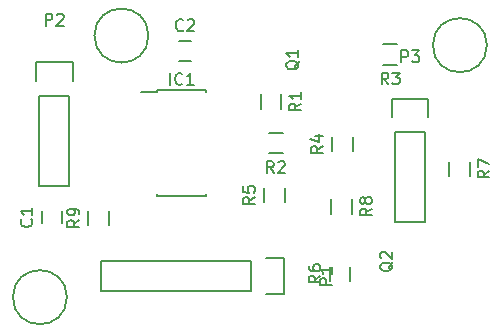
<source format=gbr>
G04 #@! TF.FileFunction,Legend,Top*
%FSLAX46Y46*%
G04 Gerber Fmt 4.6, Leading zero omitted, Abs format (unit mm)*
G04 Created by KiCad (PCBNEW (2015-07-31 BZR 6030)-product) date Fri Sep 11 12:39:47 2015*
%MOMM*%
G01*
G04 APERTURE LIST*
%ADD10C,0.100000*%
%ADD11C,0.150000*%
G04 APERTURE END LIST*
D10*
D11*
X146608800Y-103174800D02*
G75*
G03X146608800Y-103174800I-2286000J0D01*
G01*
X182168800Y-81838800D02*
G75*
G03X182168800Y-81838800I-2286000J0D01*
G01*
X144488800Y-95918400D02*
X144488800Y-96918400D01*
X146188800Y-96918400D02*
X146188800Y-95918400D01*
X157116400Y-81446000D02*
X156116400Y-81446000D01*
X156116400Y-83146000D02*
X157116400Y-83146000D01*
X154236600Y-85669200D02*
X154236600Y-85784200D01*
X158386600Y-85669200D02*
X158386600Y-85784200D01*
X158386600Y-94569200D02*
X158386600Y-94454200D01*
X154236600Y-94569200D02*
X154236600Y-94454200D01*
X154236600Y-85669200D02*
X158386600Y-85669200D01*
X154236600Y-94569200D02*
X158386600Y-94569200D01*
X154236600Y-85784200D02*
X152861600Y-85784200D01*
X162204400Y-102666800D02*
X149504400Y-102666800D01*
X149504400Y-102666800D02*
X149504400Y-100126800D01*
X149504400Y-100126800D02*
X162204400Y-100126800D01*
X165024400Y-102946800D02*
X163474400Y-102946800D01*
X162204400Y-102666800D02*
X162204400Y-100126800D01*
X163474400Y-99846800D02*
X165024400Y-99846800D01*
X165024400Y-99846800D02*
X165024400Y-102946800D01*
X144272000Y-86106000D02*
X144272000Y-93726000D01*
X146812000Y-86106000D02*
X146812000Y-93726000D01*
X147092000Y-83286000D02*
X147092000Y-84836000D01*
X144272000Y-93726000D02*
X146812000Y-93726000D01*
X146812000Y-86106000D02*
X144272000Y-86106000D01*
X143992000Y-84836000D02*
X143992000Y-83286000D01*
X143992000Y-83286000D02*
X147092000Y-83286000D01*
X174396400Y-89204800D02*
X174396400Y-96824800D01*
X176936400Y-89204800D02*
X176936400Y-96824800D01*
X177216400Y-86384800D02*
X177216400Y-87934800D01*
X174396400Y-96824800D02*
X176936400Y-96824800D01*
X176936400Y-89204800D02*
X174396400Y-89204800D01*
X174116400Y-87934800D02*
X174116400Y-86384800D01*
X174116400Y-86384800D02*
X177216400Y-86384800D01*
X163005800Y-87214000D02*
X163005800Y-86014000D01*
X164755800Y-86014000D02*
X164755800Y-87214000D01*
X163687200Y-89244200D02*
X164887200Y-89244200D01*
X164887200Y-90994200D02*
X163687200Y-90994200D01*
X173390000Y-81725800D02*
X174590000Y-81725800D01*
X174590000Y-83475800D02*
X173390000Y-83475800D01*
X170801000Y-89620800D02*
X170801000Y-90820800D01*
X169051000Y-90820800D02*
X169051000Y-89620800D01*
X165060600Y-93938800D02*
X165060600Y-95138800D01*
X163310600Y-95138800D02*
X163310600Y-93938800D01*
X170597800Y-100593600D02*
X170597800Y-101793600D01*
X168847800Y-101793600D02*
X168847800Y-100593600D01*
X178957000Y-92903600D02*
X178957000Y-91703600D01*
X180707000Y-91703600D02*
X180707000Y-92903600D01*
X169000200Y-96104000D02*
X169000200Y-94904000D01*
X170750200Y-94904000D02*
X170750200Y-96104000D01*
X150176200Y-95869200D02*
X150176200Y-97069200D01*
X148426200Y-97069200D02*
X148426200Y-95869200D01*
X153517600Y-81026000D02*
G75*
G03X153517600Y-81026000I-2286000J0D01*
G01*
X143595943Y-96585066D02*
X143643562Y-96632685D01*
X143691181Y-96775542D01*
X143691181Y-96870780D01*
X143643562Y-97013638D01*
X143548324Y-97108876D01*
X143453086Y-97156495D01*
X143262610Y-97204114D01*
X143119752Y-97204114D01*
X142929276Y-97156495D01*
X142834038Y-97108876D01*
X142738800Y-97013638D01*
X142691181Y-96870780D01*
X142691181Y-96775542D01*
X142738800Y-96632685D01*
X142786419Y-96585066D01*
X143691181Y-95632685D02*
X143691181Y-96204114D01*
X143691181Y-95918400D02*
X142691181Y-95918400D01*
X142834038Y-96013638D01*
X142929276Y-96108876D01*
X142976895Y-96204114D01*
X156449734Y-80553143D02*
X156402115Y-80600762D01*
X156259258Y-80648381D01*
X156164020Y-80648381D01*
X156021162Y-80600762D01*
X155925924Y-80505524D01*
X155878305Y-80410286D01*
X155830686Y-80219810D01*
X155830686Y-80076952D01*
X155878305Y-79886476D01*
X155925924Y-79791238D01*
X156021162Y-79696000D01*
X156164020Y-79648381D01*
X156259258Y-79648381D01*
X156402115Y-79696000D01*
X156449734Y-79743619D01*
X156830686Y-79743619D02*
X156878305Y-79696000D01*
X156973543Y-79648381D01*
X157211639Y-79648381D01*
X157306877Y-79696000D01*
X157354496Y-79743619D01*
X157402115Y-79838857D01*
X157402115Y-79934095D01*
X157354496Y-80076952D01*
X156783067Y-80648381D01*
X157402115Y-80648381D01*
X155335410Y-85196581D02*
X155335410Y-84196581D01*
X156383029Y-85101343D02*
X156335410Y-85148962D01*
X156192553Y-85196581D01*
X156097315Y-85196581D01*
X155954457Y-85148962D01*
X155859219Y-85053724D01*
X155811600Y-84958486D01*
X155763981Y-84768010D01*
X155763981Y-84625152D01*
X155811600Y-84434676D01*
X155859219Y-84339438D01*
X155954457Y-84244200D01*
X156097315Y-84196581D01*
X156192553Y-84196581D01*
X156335410Y-84244200D01*
X156383029Y-84291819D01*
X157335410Y-85196581D02*
X156763981Y-85196581D01*
X157049695Y-85196581D02*
X157049695Y-84196581D01*
X156954457Y-84339438D01*
X156859219Y-84434676D01*
X156763981Y-84482295D01*
X169026781Y-102134895D02*
X168026781Y-102134895D01*
X168026781Y-101753942D01*
X168074400Y-101658704D01*
X168122019Y-101611085D01*
X168217257Y-101563466D01*
X168360114Y-101563466D01*
X168455352Y-101611085D01*
X168502971Y-101658704D01*
X168550590Y-101753942D01*
X168550590Y-102134895D01*
X169026781Y-100611085D02*
X169026781Y-101182514D01*
X169026781Y-100896800D02*
X168026781Y-100896800D01*
X168169638Y-100992038D01*
X168264876Y-101087276D01*
X168312495Y-101182514D01*
X144803905Y-80188381D02*
X144803905Y-79188381D01*
X145184858Y-79188381D01*
X145280096Y-79236000D01*
X145327715Y-79283619D01*
X145375334Y-79378857D01*
X145375334Y-79521714D01*
X145327715Y-79616952D01*
X145280096Y-79664571D01*
X145184858Y-79712190D01*
X144803905Y-79712190D01*
X145756286Y-79283619D02*
X145803905Y-79236000D01*
X145899143Y-79188381D01*
X146137239Y-79188381D01*
X146232477Y-79236000D01*
X146280096Y-79283619D01*
X146327715Y-79378857D01*
X146327715Y-79474095D01*
X146280096Y-79616952D01*
X145708667Y-80188381D01*
X146327715Y-80188381D01*
X174928305Y-83287181D02*
X174928305Y-82287181D01*
X175309258Y-82287181D01*
X175404496Y-82334800D01*
X175452115Y-82382419D01*
X175499734Y-82477657D01*
X175499734Y-82620514D01*
X175452115Y-82715752D01*
X175404496Y-82763371D01*
X175309258Y-82810990D01*
X174928305Y-82810990D01*
X175833067Y-82287181D02*
X176452115Y-82287181D01*
X176118781Y-82668133D01*
X176261639Y-82668133D01*
X176356877Y-82715752D01*
X176404496Y-82763371D01*
X176452115Y-82858610D01*
X176452115Y-83096705D01*
X176404496Y-83191943D01*
X176356877Y-83239562D01*
X176261639Y-83287181D01*
X175975924Y-83287181D01*
X175880686Y-83239562D01*
X175833067Y-83191943D01*
X166289219Y-83153238D02*
X166241600Y-83248476D01*
X166146362Y-83343714D01*
X166003505Y-83486571D01*
X165955886Y-83581810D01*
X165955886Y-83677048D01*
X166193981Y-83629429D02*
X166146362Y-83724667D01*
X166051124Y-83819905D01*
X165860648Y-83867524D01*
X165527314Y-83867524D01*
X165336838Y-83819905D01*
X165241600Y-83724667D01*
X165193981Y-83629429D01*
X165193981Y-83438952D01*
X165241600Y-83343714D01*
X165336838Y-83248476D01*
X165527314Y-83200857D01*
X165860648Y-83200857D01*
X166051124Y-83248476D01*
X166146362Y-83343714D01*
X166193981Y-83438952D01*
X166193981Y-83629429D01*
X166193981Y-82248476D02*
X166193981Y-82819905D01*
X166193981Y-82534191D02*
X165193981Y-82534191D01*
X165336838Y-82629429D01*
X165432076Y-82724667D01*
X165479695Y-82819905D01*
X174214019Y-100222038D02*
X174166400Y-100317276D01*
X174071162Y-100412514D01*
X173928305Y-100555371D01*
X173880686Y-100650610D01*
X173880686Y-100745848D01*
X174118781Y-100698229D02*
X174071162Y-100793467D01*
X173975924Y-100888705D01*
X173785448Y-100936324D01*
X173452114Y-100936324D01*
X173261638Y-100888705D01*
X173166400Y-100793467D01*
X173118781Y-100698229D01*
X173118781Y-100507752D01*
X173166400Y-100412514D01*
X173261638Y-100317276D01*
X173452114Y-100269657D01*
X173785448Y-100269657D01*
X173975924Y-100317276D01*
X174071162Y-100412514D01*
X174118781Y-100507752D01*
X174118781Y-100698229D01*
X173214019Y-99888705D02*
X173166400Y-99841086D01*
X173118781Y-99745848D01*
X173118781Y-99507752D01*
X173166400Y-99412514D01*
X173214019Y-99364895D01*
X173309257Y-99317276D01*
X173404495Y-99317276D01*
X173547352Y-99364895D01*
X174118781Y-99936324D01*
X174118781Y-99317276D01*
X166433181Y-86780666D02*
X165956990Y-87114000D01*
X166433181Y-87352095D02*
X165433181Y-87352095D01*
X165433181Y-86971142D01*
X165480800Y-86875904D01*
X165528419Y-86828285D01*
X165623657Y-86780666D01*
X165766514Y-86780666D01*
X165861752Y-86828285D01*
X165909371Y-86875904D01*
X165956990Y-86971142D01*
X165956990Y-87352095D01*
X166433181Y-85828285D02*
X166433181Y-86399714D01*
X166433181Y-86114000D02*
X165433181Y-86114000D01*
X165576038Y-86209238D01*
X165671276Y-86304476D01*
X165718895Y-86399714D01*
X164120534Y-92671581D02*
X163787200Y-92195390D01*
X163549105Y-92671581D02*
X163549105Y-91671581D01*
X163930058Y-91671581D01*
X164025296Y-91719200D01*
X164072915Y-91766819D01*
X164120534Y-91862057D01*
X164120534Y-92004914D01*
X164072915Y-92100152D01*
X164025296Y-92147771D01*
X163930058Y-92195390D01*
X163549105Y-92195390D01*
X164501486Y-91766819D02*
X164549105Y-91719200D01*
X164644343Y-91671581D01*
X164882439Y-91671581D01*
X164977677Y-91719200D01*
X165025296Y-91766819D01*
X165072915Y-91862057D01*
X165072915Y-91957295D01*
X165025296Y-92100152D01*
X164453867Y-92671581D01*
X165072915Y-92671581D01*
X173823334Y-85153181D02*
X173490000Y-84676990D01*
X173251905Y-85153181D02*
X173251905Y-84153181D01*
X173632858Y-84153181D01*
X173728096Y-84200800D01*
X173775715Y-84248419D01*
X173823334Y-84343657D01*
X173823334Y-84486514D01*
X173775715Y-84581752D01*
X173728096Y-84629371D01*
X173632858Y-84676990D01*
X173251905Y-84676990D01*
X174156667Y-84153181D02*
X174775715Y-84153181D01*
X174442381Y-84534133D01*
X174585239Y-84534133D01*
X174680477Y-84581752D01*
X174728096Y-84629371D01*
X174775715Y-84724610D01*
X174775715Y-84962705D01*
X174728096Y-85057943D01*
X174680477Y-85105562D01*
X174585239Y-85153181D01*
X174299524Y-85153181D01*
X174204286Y-85105562D01*
X174156667Y-85057943D01*
X168278381Y-90387466D02*
X167802190Y-90720800D01*
X168278381Y-90958895D02*
X167278381Y-90958895D01*
X167278381Y-90577942D01*
X167326000Y-90482704D01*
X167373619Y-90435085D01*
X167468857Y-90387466D01*
X167611714Y-90387466D01*
X167706952Y-90435085D01*
X167754571Y-90482704D01*
X167802190Y-90577942D01*
X167802190Y-90958895D01*
X167611714Y-89530323D02*
X168278381Y-89530323D01*
X167230762Y-89768419D02*
X167945048Y-90006514D01*
X167945048Y-89387466D01*
X162537981Y-94705466D02*
X162061790Y-95038800D01*
X162537981Y-95276895D02*
X161537981Y-95276895D01*
X161537981Y-94895942D01*
X161585600Y-94800704D01*
X161633219Y-94753085D01*
X161728457Y-94705466D01*
X161871314Y-94705466D01*
X161966552Y-94753085D01*
X162014171Y-94800704D01*
X162061790Y-94895942D01*
X162061790Y-95276895D01*
X161537981Y-93800704D02*
X161537981Y-94276895D01*
X162014171Y-94324514D01*
X161966552Y-94276895D01*
X161918933Y-94181657D01*
X161918933Y-93943561D01*
X161966552Y-93848323D01*
X162014171Y-93800704D01*
X162109410Y-93753085D01*
X162347505Y-93753085D01*
X162442743Y-93800704D01*
X162490362Y-93848323D01*
X162537981Y-93943561D01*
X162537981Y-94181657D01*
X162490362Y-94276895D01*
X162442743Y-94324514D01*
X168075181Y-101360266D02*
X167598990Y-101693600D01*
X168075181Y-101931695D02*
X167075181Y-101931695D01*
X167075181Y-101550742D01*
X167122800Y-101455504D01*
X167170419Y-101407885D01*
X167265657Y-101360266D01*
X167408514Y-101360266D01*
X167503752Y-101407885D01*
X167551371Y-101455504D01*
X167598990Y-101550742D01*
X167598990Y-101931695D01*
X167075181Y-100503123D02*
X167075181Y-100693600D01*
X167122800Y-100788838D01*
X167170419Y-100836457D01*
X167313276Y-100931695D01*
X167503752Y-100979314D01*
X167884705Y-100979314D01*
X167979943Y-100931695D01*
X168027562Y-100884076D01*
X168075181Y-100788838D01*
X168075181Y-100598361D01*
X168027562Y-100503123D01*
X167979943Y-100455504D01*
X167884705Y-100407885D01*
X167646610Y-100407885D01*
X167551371Y-100455504D01*
X167503752Y-100503123D01*
X167456133Y-100598361D01*
X167456133Y-100788838D01*
X167503752Y-100884076D01*
X167551371Y-100931695D01*
X167646610Y-100979314D01*
X182384381Y-92470266D02*
X181908190Y-92803600D01*
X182384381Y-93041695D02*
X181384381Y-93041695D01*
X181384381Y-92660742D01*
X181432000Y-92565504D01*
X181479619Y-92517885D01*
X181574857Y-92470266D01*
X181717714Y-92470266D01*
X181812952Y-92517885D01*
X181860571Y-92565504D01*
X181908190Y-92660742D01*
X181908190Y-93041695D01*
X181384381Y-92136933D02*
X181384381Y-91470266D01*
X182384381Y-91898838D01*
X172427581Y-95670666D02*
X171951390Y-96004000D01*
X172427581Y-96242095D02*
X171427581Y-96242095D01*
X171427581Y-95861142D01*
X171475200Y-95765904D01*
X171522819Y-95718285D01*
X171618057Y-95670666D01*
X171760914Y-95670666D01*
X171856152Y-95718285D01*
X171903771Y-95765904D01*
X171951390Y-95861142D01*
X171951390Y-96242095D01*
X171856152Y-95099238D02*
X171808533Y-95194476D01*
X171760914Y-95242095D01*
X171665676Y-95289714D01*
X171618057Y-95289714D01*
X171522819Y-95242095D01*
X171475200Y-95194476D01*
X171427581Y-95099238D01*
X171427581Y-94908761D01*
X171475200Y-94813523D01*
X171522819Y-94765904D01*
X171618057Y-94718285D01*
X171665676Y-94718285D01*
X171760914Y-94765904D01*
X171808533Y-94813523D01*
X171856152Y-94908761D01*
X171856152Y-95099238D01*
X171903771Y-95194476D01*
X171951390Y-95242095D01*
X172046629Y-95289714D01*
X172237105Y-95289714D01*
X172332343Y-95242095D01*
X172379962Y-95194476D01*
X172427581Y-95099238D01*
X172427581Y-94908761D01*
X172379962Y-94813523D01*
X172332343Y-94765904D01*
X172237105Y-94718285D01*
X172046629Y-94718285D01*
X171951390Y-94765904D01*
X171903771Y-94813523D01*
X171856152Y-94908761D01*
X147653581Y-96635866D02*
X147177390Y-96969200D01*
X147653581Y-97207295D02*
X146653581Y-97207295D01*
X146653581Y-96826342D01*
X146701200Y-96731104D01*
X146748819Y-96683485D01*
X146844057Y-96635866D01*
X146986914Y-96635866D01*
X147082152Y-96683485D01*
X147129771Y-96731104D01*
X147177390Y-96826342D01*
X147177390Y-97207295D01*
X147653581Y-96159676D02*
X147653581Y-95969200D01*
X147605962Y-95873961D01*
X147558343Y-95826342D01*
X147415486Y-95731104D01*
X147225010Y-95683485D01*
X146844057Y-95683485D01*
X146748819Y-95731104D01*
X146701200Y-95778723D01*
X146653581Y-95873961D01*
X146653581Y-96064438D01*
X146701200Y-96159676D01*
X146748819Y-96207295D01*
X146844057Y-96254914D01*
X147082152Y-96254914D01*
X147177390Y-96207295D01*
X147225010Y-96159676D01*
X147272629Y-96064438D01*
X147272629Y-95873961D01*
X147225010Y-95778723D01*
X147177390Y-95731104D01*
X147082152Y-95683485D01*
M02*

</source>
